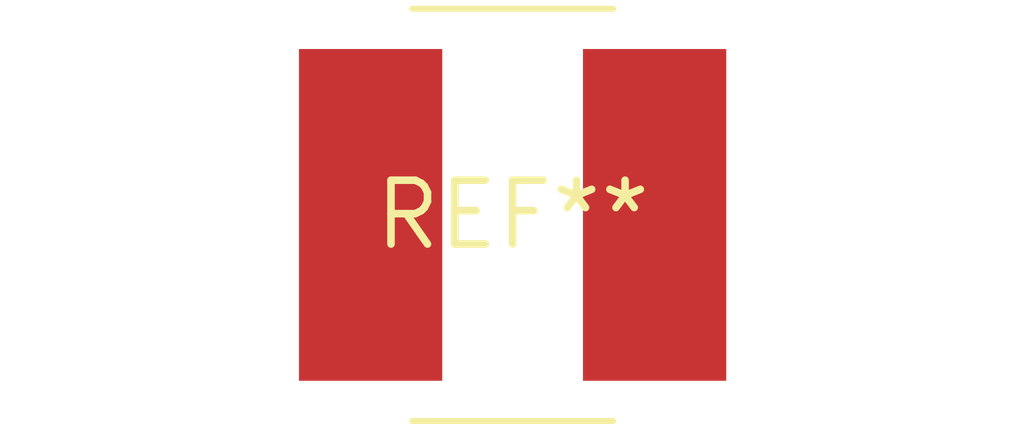
<source format=kicad_pcb>
(kicad_pcb (version 20240108) (generator pcbnew)
  (layers (0 "F.Cu" signal) (31 "B.Cu" signal) (34 "B.Paste" user) (35 "F.Paste" user) (36 "B.SilkS" user "B.Silkscreen") (37 "F.SilkS" user "F.Silkscreen") (38 "B.Mask" user) (39 "F.Mask" user) (44 "Edge.Cuts" user))
  (net 0 "")
  (footprint "L_Bourns_SRN8040TA" (layer "F.Cu") (at 0 0)
    (property "Reference" "REF**")
    (property "Value" "L_Bourns_SRN8040TA")
    (fp_line (start 2 -4.1) (end -2 -4.1) (layer "F.SilkS") (stroke (width 0.12)))
    (fp_line (start 2 4.1) (end -2 4.1) (layer "F.SilkS") (stroke (width 0.12)))
    (pad "1" smd rect (at -2.825 0 270) (size 6.6 2.85) (layers "F.Cu" "F.Paste" "F.Mask"))
    (pad "2" smd rect (at 2.825 0 270) (size 6.6 2.85) (layers "F.Cu" "F.Paste" "F.Mask"))
  )
)
</source>
